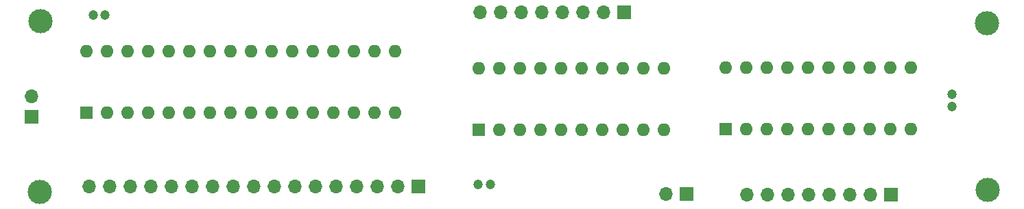
<source format=gbr>
%TF.GenerationSoftware,KiCad,Pcbnew,(5.1.9-0-10_14)*%
%TF.CreationDate,2021-04-21T20:43:37-04:00*%
%TF.ProjectId,RAM,52414d2e-6b69-4636-9164-5f7063625858,rev?*%
%TF.SameCoordinates,Original*%
%TF.FileFunction,Soldermask,Top*%
%TF.FilePolarity,Negative*%
%FSLAX46Y46*%
G04 Gerber Fmt 4.6, Leading zero omitted, Abs format (unit mm)*
G04 Created by KiCad (PCBNEW (5.1.9-0-10_14)) date 2021-04-21 20:43:37*
%MOMM*%
%LPD*%
G01*
G04 APERTURE LIST*
%ADD10O,1.700000X1.700000*%
%ADD11R,1.700000X1.700000*%
%ADD12C,3.000000*%
%ADD13C,1.200000*%
%ADD14O,1.600000X1.600000*%
%ADD15R,1.600000X1.600000*%
G04 APERTURE END LIST*
D10*
%TO.C,J4*%
X125628400Y-77419200D03*
D11*
X128168400Y-77419200D03*
%TD*%
D12*
%TO.C,REF\u002A\u002A*%
X48310800Y-77165200D03*
%TD*%
%TO.C,REF\u002A\u002A*%
X48361600Y-56032400D03*
%TD*%
%TO.C,REF\u002A\u002A*%
X165303200Y-76911200D03*
%TD*%
%TO.C,REF\u002A\u002A*%
X165201600Y-56235600D03*
%TD*%
D13*
%TO.C,C2*%
X102386000Y-76200000D03*
X103886000Y-76200000D03*
%TD*%
%TO.C,C1*%
X56364000Y-55270400D03*
X54864000Y-55270400D03*
%TD*%
%TO.C,C3*%
X160883600Y-66574800D03*
X160883600Y-65074800D03*
%TD*%
D10*
%TO.C,J5*%
X135585200Y-77470000D03*
X138125200Y-77470000D03*
X140665200Y-77470000D03*
X143205200Y-77470000D03*
X145745200Y-77470000D03*
X148285200Y-77470000D03*
X150825200Y-77470000D03*
D11*
X153365200Y-77470000D03*
%TD*%
D10*
%TO.C,J3*%
X102666800Y-54864000D03*
X105206800Y-54864000D03*
X107746800Y-54864000D03*
X110286800Y-54864000D03*
X112826800Y-54864000D03*
X115366800Y-54864000D03*
X117906800Y-54864000D03*
D11*
X120446800Y-54864000D03*
%TD*%
D14*
%TO.C,U15*%
X132994400Y-61772800D03*
X155854400Y-69392800D03*
X135534400Y-61772800D03*
X153314400Y-69392800D03*
X138074400Y-61772800D03*
X150774400Y-69392800D03*
X140614400Y-61772800D03*
X148234400Y-69392800D03*
X143154400Y-61772800D03*
X145694400Y-69392800D03*
X145694400Y-61772800D03*
X143154400Y-69392800D03*
X148234400Y-61772800D03*
X140614400Y-69392800D03*
X150774400Y-61772800D03*
X138074400Y-69392800D03*
X153314400Y-61772800D03*
X135534400Y-69392800D03*
X155854400Y-61772800D03*
D15*
X132994400Y-69392800D03*
%TD*%
D14*
%TO.C,U14*%
X102514400Y-61823600D03*
X125374400Y-69443600D03*
X105054400Y-61823600D03*
X122834400Y-69443600D03*
X107594400Y-61823600D03*
X120294400Y-69443600D03*
X110134400Y-61823600D03*
X117754400Y-69443600D03*
X112674400Y-61823600D03*
X115214400Y-69443600D03*
X115214400Y-61823600D03*
X112674400Y-69443600D03*
X117754400Y-61823600D03*
X110134400Y-69443600D03*
X120294400Y-61823600D03*
X107594400Y-69443600D03*
X122834400Y-61823600D03*
X105054400Y-69443600D03*
X125374400Y-61823600D03*
D15*
X102514400Y-69443600D03*
%TD*%
D14*
%TO.C,U6*%
X54051200Y-59690000D03*
X92151200Y-67310000D03*
X56591200Y-59690000D03*
X89611200Y-67310000D03*
X59131200Y-59690000D03*
X87071200Y-67310000D03*
X61671200Y-59690000D03*
X84531200Y-67310000D03*
X64211200Y-59690000D03*
X81991200Y-67310000D03*
X66751200Y-59690000D03*
X79451200Y-67310000D03*
X69291200Y-59690000D03*
X76911200Y-67310000D03*
X71831200Y-59690000D03*
X74371200Y-67310000D03*
X74371200Y-59690000D03*
X71831200Y-67310000D03*
X76911200Y-59690000D03*
X69291200Y-67310000D03*
X79451200Y-59690000D03*
X66751200Y-67310000D03*
X81991200Y-59690000D03*
X64211200Y-67310000D03*
X84531200Y-59690000D03*
X61671200Y-67310000D03*
X87071200Y-59690000D03*
X59131200Y-67310000D03*
X89611200Y-59690000D03*
X56591200Y-67310000D03*
X92151200Y-59690000D03*
D15*
X54051200Y-67310000D03*
%TD*%
D10*
%TO.C,J2*%
X54406800Y-76504800D03*
X56946800Y-76504800D03*
X59486800Y-76504800D03*
X62026800Y-76504800D03*
X64566800Y-76504800D03*
X67106800Y-76504800D03*
X69646800Y-76504800D03*
X72186800Y-76504800D03*
X74726800Y-76504800D03*
X77266800Y-76504800D03*
X79806800Y-76504800D03*
X82346800Y-76504800D03*
X84886800Y-76504800D03*
X87426800Y-76504800D03*
X89966800Y-76504800D03*
X92506800Y-76504800D03*
D11*
X95046800Y-76504800D03*
%TD*%
D10*
%TO.C,J1*%
X47244000Y-65278000D03*
D11*
X47244000Y-67818000D03*
%TD*%
M02*

</source>
